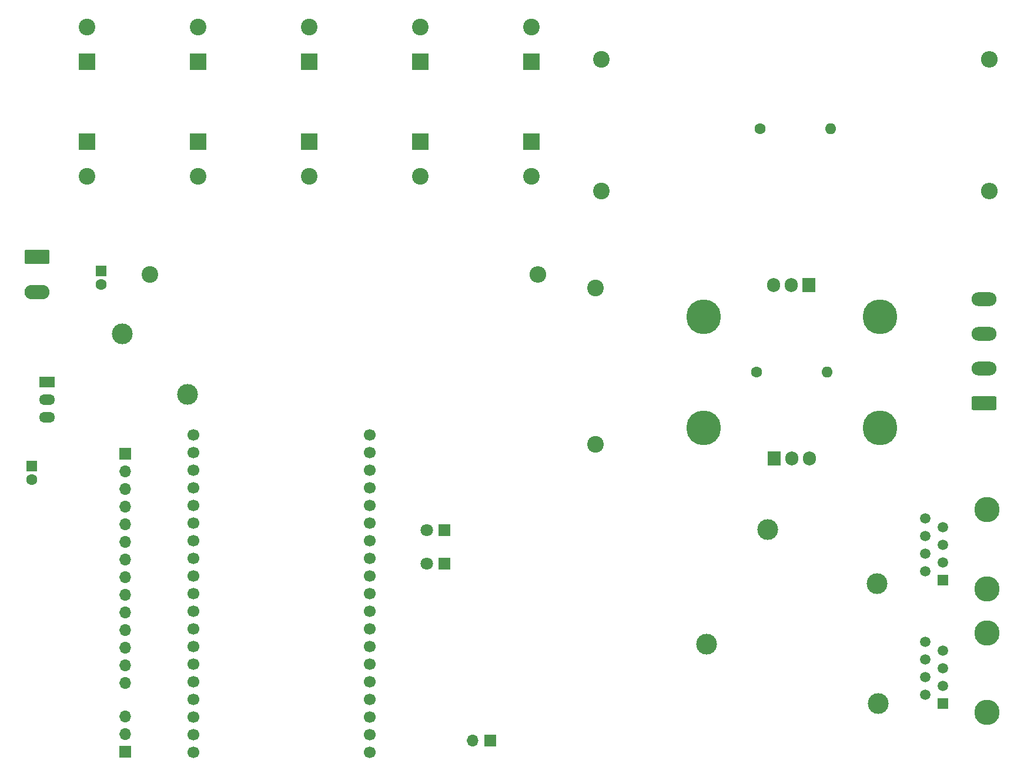
<source format=gbs>
G04 #@! TF.GenerationSoftware,KiCad,Pcbnew,(6.0.9)*
G04 #@! TF.CreationDate,2022-11-29T22:23:48+01:00*
G04 #@! TF.ProjectId,power_module,706f7765-725f-46d6-9f64-756c652e6b69,rev?*
G04 #@! TF.SameCoordinates,Original*
G04 #@! TF.FileFunction,Soldermask,Bot*
G04 #@! TF.FilePolarity,Negative*
%FSLAX46Y46*%
G04 Gerber Fmt 4.6, Leading zero omitted, Abs format (unit mm)*
G04 Created by KiCad (PCBNEW (6.0.9)) date 2022-11-29 22:23:48*
%MOMM*%
%LPD*%
G01*
G04 APERTURE LIST*
G04 Aperture macros list*
%AMRoundRect*
0 Rectangle with rounded corners*
0 $1 Rounding radius*
0 $2 $3 $4 $5 $6 $7 $8 $9 X,Y pos of 4 corners*
0 Add a 4 corners polygon primitive as box body*
4,1,4,$2,$3,$4,$5,$6,$7,$8,$9,$2,$3,0*
0 Add four circle primitives for the rounded corners*
1,1,$1+$1,$2,$3*
1,1,$1+$1,$4,$5*
1,1,$1+$1,$6,$7*
1,1,$1+$1,$8,$9*
0 Add four rect primitives between the rounded corners*
20,1,$1+$1,$2,$3,$4,$5,0*
20,1,$1+$1,$4,$5,$6,$7,0*
20,1,$1+$1,$6,$7,$8,$9,0*
20,1,$1+$1,$8,$9,$2,$3,0*%
G04 Aperture macros list end*
%ADD10R,2.400000X2.400000*%
%ADD11C,2.400000*%
%ADD12R,1.905000X2.000000*%
%ADD13O,1.905000X2.000000*%
%ADD14C,3.000000*%
%ADD15R,1.700000X1.700000*%
%ADD16O,1.700000X1.700000*%
%ADD17RoundRect,0.250000X1.550000X-0.750000X1.550000X0.750000X-1.550000X0.750000X-1.550000X-0.750000X0*%
%ADD18O,3.600000X2.000000*%
%ADD19R,2.300000X1.500000*%
%ADD20O,2.300000X1.500000*%
%ADD21C,1.600000*%
%ADD22O,1.600000X1.600000*%
%ADD23R,1.800000X1.800000*%
%ADD24C,1.800000*%
%ADD25RoundRect,0.249999X-1.550001X0.790001X-1.550001X-0.790001X1.550001X-0.790001X1.550001X0.790001X0*%
%ADD26O,3.600000X2.080000*%
%ADD27C,1.700000*%
%ADD28C,5.000000*%
%ADD29O,2.400000X2.400000*%
%ADD30C,3.650000*%
%ADD31R,1.500000X1.500000*%
%ADD32C,1.500000*%
%ADD33R,1.600000X1.600000*%
G04 APERTURE END LIST*
D10*
X104000000Y-37323959D03*
D11*
X104000000Y-32323959D03*
D10*
X72000000Y-37323959D03*
D11*
X72000000Y-32323959D03*
D12*
X138960000Y-94445000D03*
D13*
X141500000Y-94445000D03*
X144040000Y-94445000D03*
D12*
X144000000Y-69500000D03*
D13*
X141460000Y-69500000D03*
X138920000Y-69500000D03*
D11*
X113200000Y-69950000D03*
X113200000Y-92450000D03*
D14*
X153750000Y-112500000D03*
D10*
X56000000Y-37323959D03*
D11*
X56000000Y-32323959D03*
D10*
X72000000Y-48823959D03*
D11*
X72000000Y-53823959D03*
D15*
X98050000Y-135125000D03*
D16*
X95510000Y-135125000D03*
D14*
X45100000Y-76500000D03*
D10*
X40000000Y-48823959D03*
D11*
X40000000Y-53823959D03*
D17*
X169222500Y-86500000D03*
D18*
X169222500Y-81500000D03*
X169222500Y-76500000D03*
X169222500Y-71500000D03*
D14*
X129250000Y-121250000D03*
D19*
X34207500Y-83502500D03*
D20*
X34207500Y-86042500D03*
X34207500Y-88582500D03*
D21*
X136920000Y-47000000D03*
D22*
X147080000Y-47000000D03*
D14*
X138000000Y-104700000D03*
D10*
X40000000Y-37323959D03*
D11*
X40000000Y-32323959D03*
D14*
X54500000Y-85250000D03*
D21*
X136420000Y-82055000D03*
D22*
X146580000Y-82055000D03*
D23*
X91475000Y-104800000D03*
D24*
X88935000Y-104800000D03*
D10*
X88000000Y-48823959D03*
D11*
X88000000Y-53823959D03*
D25*
X32777500Y-65460000D03*
D26*
X32777500Y-70540000D03*
D27*
X80700000Y-136860000D03*
X80700000Y-134320000D03*
X80700000Y-131780000D03*
X80700000Y-129240000D03*
X80700000Y-126700000D03*
X80700000Y-124160000D03*
X80700000Y-121620000D03*
X80700000Y-119080000D03*
X80700000Y-116540000D03*
X80700000Y-114000000D03*
X80700000Y-111460000D03*
X80700000Y-108920000D03*
X80700000Y-106380000D03*
X80700000Y-103840000D03*
X80700000Y-101300000D03*
X80700000Y-98760000D03*
X80700000Y-96220000D03*
X80700000Y-93680000D03*
X80700000Y-91140000D03*
X55300000Y-136860000D03*
X55300000Y-134320000D03*
X55300000Y-131780000D03*
X55300000Y-129240000D03*
X55300000Y-126700000D03*
X55300000Y-124160000D03*
X55300000Y-121620000D03*
X55300000Y-119080000D03*
X55300000Y-116540000D03*
X55300000Y-114000000D03*
X55300000Y-111460000D03*
X55300000Y-108920000D03*
X55300000Y-106380000D03*
X55300000Y-103840000D03*
X55300000Y-101300000D03*
X55300000Y-98760000D03*
X55300000Y-96220000D03*
X55300000Y-93680000D03*
X55300000Y-91140000D03*
D28*
X128800000Y-74055000D03*
X154200000Y-74055000D03*
D11*
X114060000Y-37000000D03*
D29*
X169940000Y-37000000D03*
D10*
X104000000Y-48823959D03*
D11*
X104000000Y-53823959D03*
D30*
X169600000Y-101820000D03*
X169600000Y-113250000D03*
D31*
X163250000Y-111980000D03*
D32*
X160710000Y-110710000D03*
X163250000Y-109440000D03*
X160710000Y-108170000D03*
X163250000Y-106900000D03*
X160710000Y-105630000D03*
X163250000Y-104360000D03*
X160710000Y-103090000D03*
D14*
X154000000Y-129750000D03*
D11*
X114060000Y-56000000D03*
D29*
X169940000Y-56000000D03*
D10*
X56000000Y-48823959D03*
D11*
X56000000Y-53823959D03*
X49060000Y-68000000D03*
D29*
X104940000Y-68000000D03*
D23*
X91475000Y-109600000D03*
D24*
X88935000Y-109600000D03*
D28*
X154200000Y-90055000D03*
X128800000Y-90055000D03*
D15*
X45475000Y-136725000D03*
D16*
X45475000Y-134185000D03*
X45475000Y-131645000D03*
D30*
X169600000Y-119590000D03*
X169600000Y-131020000D03*
D31*
X163250000Y-129750000D03*
D32*
X160710000Y-128480000D03*
X163250000Y-127210000D03*
X160710000Y-125940000D03*
X163250000Y-124670000D03*
X160710000Y-123400000D03*
X163250000Y-122130000D03*
X160710000Y-120860000D03*
D10*
X88000000Y-37323959D03*
D11*
X88000000Y-32323959D03*
D15*
X45525000Y-93800000D03*
D16*
X45525000Y-96340000D03*
X45525000Y-98880000D03*
X45525000Y-101420000D03*
X45525000Y-103960000D03*
X45525000Y-106500000D03*
X45525000Y-109040000D03*
X45525000Y-111580000D03*
X45525000Y-114120000D03*
X45525000Y-116660000D03*
X45525000Y-119200000D03*
X45525000Y-121740000D03*
X45525000Y-124280000D03*
X45525000Y-126820000D03*
D33*
X42000000Y-67444888D03*
D21*
X42000000Y-69444888D03*
D33*
X32000000Y-95544888D03*
D21*
X32000000Y-97544888D03*
M02*

</source>
